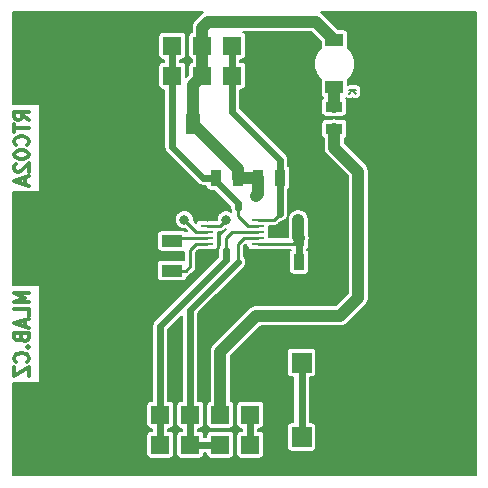
<source format=gbr>
G04 #@! TF.FileFunction,Copper,L2,Bot,Signal*
%FSLAX46Y46*%
G04 Gerber Fmt 4.6, Leading zero omitted, Abs format (unit mm)*
G04 Created by KiCad (PCBNEW (2016-09-17 revision 679eef1)-makepkg) date 09/22/16 14:05:48*
%MOMM*%
%LPD*%
G01*
G04 APERTURE LIST*
%ADD10C,0.500000*%
%ADD11C,0.300000*%
%ADD12C,0.150000*%
%ADD13R,0.889000X1.397000*%
%ADD14R,1.300480X1.699260*%
%ADD15R,1.500000X1.050000*%
%ADD16R,1.524000X1.524000*%
%ADD17C,6.000000*%
%ADD18R,1.397000X0.889000*%
%ADD19R,1.676400X1.676400*%
%ADD20R,1.800000X1.000000*%
%ADD21R,1.100000X0.250000*%
%ADD22C,0.800000*%
%ADD23C,0.250000*%
%ADD24C,0.600000*%
%ADD25C,1.000000*%
%ADD26C,0.200000*%
G04 APERTURE END LIST*
D10*
D11*
X2066857Y30790857D02*
X1495428Y31190857D01*
X2066857Y31476571D02*
X866857Y31476571D01*
X866857Y31019428D01*
X924000Y30905142D01*
X981142Y30848000D01*
X1095428Y30790857D01*
X1266857Y30790857D01*
X1381142Y30848000D01*
X1438285Y30905142D01*
X1495428Y31019428D01*
X1495428Y31476571D01*
X866857Y30448000D02*
X866857Y29762285D01*
X2066857Y30105142D02*
X866857Y30105142D01*
X1952571Y28676571D02*
X2009714Y28733714D01*
X2066857Y28905142D01*
X2066857Y29019428D01*
X2009714Y29190857D01*
X1895428Y29305142D01*
X1781142Y29362285D01*
X1552571Y29419428D01*
X1381142Y29419428D01*
X1152571Y29362285D01*
X1038285Y29305142D01*
X924000Y29190857D01*
X866857Y29019428D01*
X866857Y28905142D01*
X924000Y28733714D01*
X981142Y28676571D01*
X866857Y27933714D02*
X866857Y27819428D01*
X924000Y27705142D01*
X981142Y27648000D01*
X1095428Y27590857D01*
X1324000Y27533714D01*
X1609714Y27533714D01*
X1838285Y27590857D01*
X1952571Y27648000D01*
X2009714Y27705142D01*
X2066857Y27819428D01*
X2066857Y27933714D01*
X2009714Y28048000D01*
X1952571Y28105142D01*
X1838285Y28162285D01*
X1609714Y28219428D01*
X1324000Y28219428D01*
X1095428Y28162285D01*
X981142Y28105142D01*
X924000Y28048000D01*
X866857Y27933714D01*
X981142Y27076571D02*
X923999Y27019428D01*
X866857Y26905142D01*
X866857Y26619428D01*
X923999Y26505142D01*
X981142Y26448000D01*
X1095428Y26390857D01*
X1209714Y26390857D01*
X1381142Y26448000D01*
X2066857Y27133714D01*
X2066857Y26390857D01*
X1723999Y25933714D02*
X1723999Y25362285D01*
X2066857Y26048000D02*
X866857Y25648000D01*
X2066857Y25248000D01*
X2066857Y16157142D02*
X866857Y16157142D01*
X1724000Y15757142D01*
X866857Y15357142D01*
X2066857Y15357142D01*
X2066857Y14214285D02*
X2066857Y14785714D01*
X866857Y14785714D01*
X1724000Y13871428D02*
X1724000Y13300000D01*
X2066857Y13985714D02*
X866857Y13585714D01*
X2066857Y13185714D01*
X1438285Y12385714D02*
X1495428Y12214285D01*
X1552571Y12157142D01*
X1666857Y12100000D01*
X1838285Y12100000D01*
X1952571Y12157142D01*
X2009714Y12214285D01*
X2066857Y12328571D01*
X2066857Y12785714D01*
X866857Y12785714D01*
X866857Y12385714D01*
X924000Y12271428D01*
X981142Y12214285D01*
X1095428Y12157142D01*
X1209714Y12157142D01*
X1324000Y12214285D01*
X1381142Y12271428D01*
X1438285Y12385714D01*
X1438285Y12785714D01*
X1952571Y11585714D02*
X2009714Y11528571D01*
X2066857Y11585714D01*
X2009714Y11642857D01*
X1952571Y11585714D01*
X2066857Y11585714D01*
X1952571Y10328571D02*
X2009714Y10385714D01*
X2066857Y10557142D01*
X2066857Y10671428D01*
X2009714Y10842857D01*
X1895428Y10957142D01*
X1781142Y11014285D01*
X1552571Y11071428D01*
X1381142Y11071428D01*
X1152571Y11014285D01*
X1038285Y10957142D01*
X923999Y10842857D01*
X866857Y10671428D01*
X866857Y10557142D01*
X923999Y10385714D01*
X981142Y10328571D01*
X866857Y9928571D02*
X866857Y9128571D01*
X2066857Y9928571D01*
X2066857Y9128571D01*
D12*
X29446220Y33345120D02*
X29751020Y33025080D01*
X29461460Y33307020D02*
X29189680Y33032700D01*
X29189680Y33337500D02*
X29758640Y33342580D01*
D13*
X26860500Y20828000D03*
X24955500Y20828000D03*
X26860500Y18796000D03*
X24955500Y18796000D03*
D14*
X15974060Y30480000D03*
X12473940Y30480000D03*
D15*
X27940000Y33560000D03*
X27940000Y37560000D03*
D16*
X11684000Y34544000D03*
X11684000Y37084000D03*
X14224000Y34544000D03*
X14224000Y37084000D03*
X16764000Y34544000D03*
X16764000Y37084000D03*
X19304000Y34544000D03*
X19304000Y37084000D03*
X21844000Y34544000D03*
X21844000Y37084000D03*
X18288000Y5842000D03*
X18288000Y3302000D03*
X15748000Y5842000D03*
X15748000Y3302000D03*
X13208000Y5842000D03*
X13208000Y3302000D03*
X20828000Y5842000D03*
X20828000Y3302000D03*
D17*
X5080000Y5080000D03*
X5080000Y35560000D03*
X35560000Y35560000D03*
X35560000Y5080000D03*
D18*
X27940000Y30035500D03*
X27940000Y31940500D03*
D19*
X29682000Y3962000D03*
X25182000Y3962000D03*
X29682000Y10262000D03*
X25182000Y10262000D03*
D20*
X14224000Y18054000D03*
X14224000Y20554000D03*
D13*
X17907000Y25908000D03*
X19812000Y25908000D03*
X23368000Y25908000D03*
X21463000Y25908000D03*
D16*
X10668000Y5842000D03*
X10668000Y3302000D03*
D21*
X21454000Y20336000D03*
X21454000Y20836000D03*
X21454000Y21336000D03*
X21454000Y21836000D03*
X21454000Y22336000D03*
X17154000Y22336000D03*
X17154000Y21836000D03*
X17154000Y21336000D03*
X17154000Y20836000D03*
X17154000Y20336000D03*
D22*
X15240000Y22352000D03*
X9144000Y3048000D03*
X9144000Y4572000D03*
X9144000Y5588000D03*
X9144000Y34036000D03*
X9144000Y35560000D03*
X9144000Y37084000D03*
X11938000Y20320000D03*
X14224000Y16510000D03*
X12700000Y16510000D03*
X12192000Y17526000D03*
X12192000Y19050000D03*
X11938000Y21590000D03*
X12954000Y22352000D03*
X39116000Y22098000D03*
X39116000Y20828000D03*
X39116000Y19558000D03*
X39116000Y18288000D03*
X38100000Y17272000D03*
X36830000Y17272000D03*
X35560000Y17272000D03*
X34290000Y17272000D03*
X33020000Y17272000D03*
X17272000Y13970000D03*
X17272000Y12192000D03*
X16764000Y24892000D03*
X15240000Y24892000D03*
X15240000Y23876000D03*
X16764000Y23876000D03*
X17780000Y23876000D03*
X23876000Y37592000D03*
X23876000Y36068000D03*
X23876000Y34544000D03*
X24892000Y25908000D03*
X24892000Y24384000D03*
X27940000Y18796000D03*
X27940000Y19812000D03*
X27940000Y20828000D03*
X27940000Y22352000D03*
X25908000Y23368000D03*
X26416000Y22352000D03*
X24892000Y22352000D03*
X21336000Y24384000D03*
X18796000Y22352000D03*
D23*
X17154000Y21336000D02*
X16256000Y21336000D01*
X16256000Y21336000D02*
X15240000Y22352000D01*
D24*
X9144000Y4572000D02*
X9144000Y3048000D01*
X10668000Y5842000D02*
X9398000Y5842000D01*
X9398000Y5842000D02*
X9144000Y5588000D01*
X9144000Y37084000D02*
X9144000Y35560000D01*
D23*
X11938000Y21590000D02*
X11938000Y20320000D01*
X11938000Y20320000D02*
X11938000Y19304000D01*
X12192000Y17526000D02*
X12192000Y17018000D01*
X12192000Y17018000D02*
X12700000Y16510000D01*
X11938000Y19304000D02*
X12192000Y19050000D01*
X15240000Y23876000D02*
X14478000Y23876000D01*
X14478000Y23876000D02*
X12954000Y22352000D01*
X39116000Y19558000D02*
X39116000Y20828000D01*
X38100000Y17272000D02*
X39116000Y18288000D01*
X35560000Y17272000D02*
X36830000Y17272000D01*
X33020000Y17272000D02*
X34290000Y17272000D01*
X17272000Y12192000D02*
X17272000Y13970000D01*
X15240000Y24892000D02*
X16764000Y24892000D01*
X16764000Y23876000D02*
X15240000Y23876000D01*
X17154000Y22336000D02*
X17154000Y23250000D01*
X17154000Y23250000D02*
X17780000Y23876000D01*
X23876000Y36068000D02*
X23876000Y37592000D01*
X21844000Y34544000D02*
X23876000Y34544000D01*
X25908000Y23368000D02*
X24892000Y24384000D01*
X27940000Y20828000D02*
X27940000Y19812000D01*
X24892000Y24384000D02*
X25908000Y24384000D01*
X25908000Y24384000D02*
X27940000Y22352000D01*
X25908000Y23368000D02*
X25400000Y23876000D01*
X26860500Y20828000D02*
X26860500Y21907500D01*
X26860500Y21907500D02*
X26416000Y22352000D01*
D25*
X16764000Y37084000D02*
X16764000Y38608000D01*
X16764000Y38608000D02*
X17272000Y39116000D01*
X17272000Y39116000D02*
X26384000Y39116000D01*
X26384000Y39116000D02*
X27889999Y37610001D01*
X27889999Y37610001D02*
X27940000Y37610001D01*
X24892000Y22352000D02*
X24892000Y20891500D01*
X24892000Y20891500D02*
X24955500Y20828000D01*
X21463000Y25908000D02*
X21463000Y24511000D01*
X21463000Y24511000D02*
X21336000Y24384000D01*
X15974060Y30480000D02*
X15974060Y33754060D01*
X15974060Y33754060D02*
X16764000Y34544000D01*
X19812000Y25908000D02*
X19812000Y26642060D01*
X19812000Y26642060D02*
X15974060Y30480000D01*
X19812000Y25908000D02*
X21463000Y25908000D01*
X16764000Y37084000D02*
X16764000Y34544000D01*
D24*
X24955500Y18796000D02*
X24955500Y20828000D01*
D23*
X21454000Y20336000D02*
X24463500Y20336000D01*
X24463500Y20336000D02*
X24955500Y20828000D01*
D25*
X27940000Y31940500D02*
X27940000Y33509999D01*
D24*
X19304000Y31496000D02*
X23368000Y27432000D01*
X23368000Y27432000D02*
X23368000Y25908000D01*
X19304000Y34544000D02*
X19304000Y31496000D01*
X19304000Y37084000D02*
X19304000Y34544000D01*
X23368000Y22860000D02*
X23368000Y25908000D01*
D23*
X22844000Y22336000D02*
X23368000Y22860000D01*
X21454000Y22336000D02*
X22844000Y22336000D01*
D24*
X17907000Y25908000D02*
X16862500Y25908000D01*
X16862500Y25908000D02*
X14224000Y28546500D01*
X14224000Y28546500D02*
X14224000Y29845000D01*
X14224000Y34544000D02*
X14224000Y29845000D01*
X14224000Y37084000D02*
X14224000Y34544000D01*
X19812000Y23368000D02*
X19812000Y23749000D01*
X19812000Y23749000D02*
X17907000Y25654000D01*
X17907000Y25654000D02*
X17907000Y25908000D01*
D23*
X19812000Y22678000D02*
X19812000Y23368000D01*
X21454000Y21836000D02*
X20654000Y21836000D01*
X20654000Y21836000D02*
X19812000Y22678000D01*
D24*
X15748000Y3302000D02*
X18288000Y3302000D01*
X15748000Y3302000D02*
X15748000Y5842000D01*
X19812000Y18796000D02*
X15748000Y14732000D01*
X15748000Y14732000D02*
X15748000Y5842000D01*
D23*
X19812000Y20320000D02*
X19812000Y18796000D01*
X20328000Y20836000D02*
X19812000Y20320000D01*
X21454000Y20836000D02*
X20328000Y20836000D01*
D25*
X29972000Y26416000D02*
X27940000Y28448000D01*
X27940000Y28448000D02*
X27940000Y30035500D01*
X29972000Y15748000D02*
X29972000Y26416000D01*
X28448000Y14224000D02*
X29972000Y15748000D01*
X21336000Y14224000D02*
X28448000Y14224000D01*
X18288000Y11176000D02*
X21336000Y14224000D01*
X18288000Y5842000D02*
X18288000Y11176000D01*
D24*
X13208000Y3302000D02*
X13208000Y5842000D01*
D23*
X19304000Y21336000D02*
X18796000Y20828000D01*
X18796000Y20828000D02*
X18796000Y19812000D01*
X21454000Y21336000D02*
X19304000Y21336000D01*
D24*
X18796000Y18911384D02*
X18796000Y19812000D01*
X13208000Y5842000D02*
X13208000Y13323384D01*
X13208000Y13323384D02*
X18796000Y18911384D01*
D23*
X17154000Y21836000D02*
X18280000Y21836000D01*
X18280000Y21836000D02*
X18796000Y22352000D01*
D24*
X25182000Y3962000D02*
X25182000Y5400200D01*
X25182000Y5400200D02*
X25182000Y10262000D01*
X20828000Y3302000D02*
X20828000Y5842000D01*
D23*
X14224000Y18054000D02*
X15374000Y18054000D01*
X15374000Y18054000D02*
X15748000Y18428000D01*
X15748000Y18428000D02*
X15748000Y19812000D01*
X16272000Y20336000D02*
X15748000Y19812000D01*
X17154000Y20336000D02*
X16272000Y20336000D01*
X17154000Y20836000D02*
X14506000Y20836000D01*
X14506000Y20836000D02*
X14224000Y20554000D01*
D26*
G36*
X16635604Y39752396D02*
X16127604Y39244396D01*
X15932508Y38952415D01*
X15864000Y38608000D01*
X15864000Y38227869D01*
X15853769Y38225944D01*
X15717628Y38138340D01*
X15626296Y38004671D01*
X15594164Y37846000D01*
X15594164Y36322000D01*
X15622056Y36173769D01*
X15709660Y36037628D01*
X15843329Y35946296D01*
X15864000Y35942110D01*
X15864000Y35687869D01*
X15853769Y35685944D01*
X15717628Y35598340D01*
X15626296Y35464671D01*
X15594164Y35306000D01*
X15594164Y34646956D01*
X15393836Y34446628D01*
X15393836Y35306000D01*
X15365944Y35454231D01*
X15278340Y35590372D01*
X15144671Y35681704D01*
X14986000Y35713836D01*
X14924000Y35713836D01*
X14924000Y35914164D01*
X14986000Y35914164D01*
X15134231Y35942056D01*
X15270372Y36029660D01*
X15361704Y36163329D01*
X15393836Y36322000D01*
X15393836Y37846000D01*
X15365944Y37994231D01*
X15278340Y38130372D01*
X15144671Y38221704D01*
X14986000Y38253836D01*
X13462000Y38253836D01*
X13313769Y38225944D01*
X13177628Y38138340D01*
X13086296Y38004671D01*
X13054164Y37846000D01*
X13054164Y36322000D01*
X13082056Y36173769D01*
X13169660Y36037628D01*
X13303329Y35946296D01*
X13462000Y35914164D01*
X13524000Y35914164D01*
X13524000Y35713836D01*
X13462000Y35713836D01*
X13313769Y35685944D01*
X13177628Y35598340D01*
X13086296Y35464671D01*
X13054164Y35306000D01*
X13054164Y33782000D01*
X13082056Y33633769D01*
X13169660Y33497628D01*
X13303329Y33406296D01*
X13462000Y33374164D01*
X13524000Y33374164D01*
X13524000Y28546500D01*
X13577284Y28278621D01*
X13729025Y28051525D01*
X16367523Y25413028D01*
X16367525Y25413025D01*
X16594622Y25261284D01*
X16862500Y25208000D01*
X17054946Y25208000D01*
X17082556Y25061269D01*
X17170160Y24925128D01*
X17303829Y24833796D01*
X17462500Y24801664D01*
X17769386Y24801664D01*
X19112000Y23459050D01*
X19112000Y23368000D01*
X19165284Y23100122D01*
X19197867Y23051358D01*
X18955828Y23151861D01*
X18637568Y23152139D01*
X18343428Y23030603D01*
X18118188Y22805755D01*
X17996139Y22511828D01*
X17996007Y22361000D01*
X17742695Y22361000D01*
X17704000Y22368836D01*
X16604000Y22368836D01*
X16455769Y22340944D01*
X16319628Y22253340D01*
X16228296Y22119671D01*
X16226022Y22108440D01*
X16039950Y22294512D01*
X16040139Y22510432D01*
X15918603Y22804572D01*
X15693755Y23029812D01*
X15399828Y23151861D01*
X15081568Y23152139D01*
X14787428Y23030603D01*
X14562188Y22805755D01*
X14440139Y22511828D01*
X14439861Y22193568D01*
X14561397Y21899428D01*
X14786245Y21674188D01*
X15080172Y21552139D01*
X15297589Y21551949D01*
X15488538Y21361000D01*
X15383223Y21361000D01*
X15282671Y21429704D01*
X15124000Y21461836D01*
X13324000Y21461836D01*
X13175769Y21433944D01*
X13039628Y21346340D01*
X12948296Y21212671D01*
X12916164Y21054000D01*
X12916164Y20054000D01*
X12944056Y19905769D01*
X13031660Y19769628D01*
X13165329Y19678296D01*
X13324000Y19646164D01*
X15124000Y19646164D01*
X15223000Y19664792D01*
X15223000Y18941788D01*
X15124000Y18961836D01*
X13324000Y18961836D01*
X13175769Y18933944D01*
X13039628Y18846340D01*
X12948296Y18712671D01*
X12916164Y18554000D01*
X12916164Y17554000D01*
X12944056Y17405769D01*
X13031660Y17269628D01*
X13165329Y17178296D01*
X13324000Y17146164D01*
X15124000Y17146164D01*
X15272231Y17174056D01*
X15408372Y17261660D01*
X15499704Y17395329D01*
X15531836Y17554000D01*
X15531836Y17560395D01*
X15574909Y17568963D01*
X15745231Y17682769D01*
X16119231Y18056769D01*
X16233037Y18227091D01*
X16273000Y18428000D01*
X16273000Y19594538D01*
X16489462Y19811000D01*
X16565305Y19811000D01*
X16604000Y19803164D01*
X17704000Y19803164D01*
X17852231Y19831056D01*
X17988372Y19918660D01*
X18079704Y20052329D01*
X18111836Y20211000D01*
X18111836Y20461000D01*
X18087452Y20590589D01*
X18111836Y20711000D01*
X18111836Y20961000D01*
X18087452Y21090589D01*
X18111836Y21211000D01*
X18111836Y21311000D01*
X18280000Y21311000D01*
X18480909Y21350963D01*
X18651231Y21464769D01*
X18738512Y21552050D01*
X18777554Y21552016D01*
X18424769Y21199231D01*
X18310963Y21028909D01*
X18271000Y20828000D01*
X18271000Y20262039D01*
X18149284Y20079878D01*
X18096000Y19812000D01*
X18096000Y19201333D01*
X12713025Y13818359D01*
X12561284Y13591263D01*
X12561284Y13591262D01*
X12508000Y13323384D01*
X12508000Y7011836D01*
X12446000Y7011836D01*
X12297769Y6983944D01*
X12161628Y6896340D01*
X12070296Y6762671D01*
X12038164Y6604000D01*
X12038164Y5080000D01*
X12066056Y4931769D01*
X12153660Y4795628D01*
X12287329Y4704296D01*
X12446000Y4672164D01*
X12508000Y4672164D01*
X12508000Y4471836D01*
X12446000Y4471836D01*
X12297769Y4443944D01*
X12161628Y4356340D01*
X12070296Y4222671D01*
X12038164Y4064000D01*
X12038164Y2540000D01*
X12066056Y2391769D01*
X12153660Y2255628D01*
X12287329Y2164296D01*
X12446000Y2132164D01*
X13970000Y2132164D01*
X14118231Y2160056D01*
X14254372Y2247660D01*
X14345704Y2381329D01*
X14377836Y2540000D01*
X14377836Y4064000D01*
X14349944Y4212231D01*
X14262340Y4348372D01*
X14128671Y4439704D01*
X13970000Y4471836D01*
X13908000Y4471836D01*
X13908000Y4672164D01*
X13970000Y4672164D01*
X14118231Y4700056D01*
X14254372Y4787660D01*
X14345704Y4921329D01*
X14377836Y5080000D01*
X14377836Y6604000D01*
X14349944Y6752231D01*
X14262340Y6888372D01*
X14128671Y6979704D01*
X13970000Y7011836D01*
X13908000Y7011836D01*
X13908000Y13033434D01*
X15048000Y14173434D01*
X15048000Y7011836D01*
X14986000Y7011836D01*
X14837769Y6983944D01*
X14701628Y6896340D01*
X14610296Y6762671D01*
X14578164Y6604000D01*
X14578164Y5080000D01*
X14606056Y4931769D01*
X14693660Y4795628D01*
X14827329Y4704296D01*
X14986000Y4672164D01*
X15048000Y4672164D01*
X15048000Y4471836D01*
X14986000Y4471836D01*
X14837769Y4443944D01*
X14701628Y4356340D01*
X14610296Y4222671D01*
X14578164Y4064000D01*
X14578164Y2540000D01*
X14606056Y2391769D01*
X14693660Y2255628D01*
X14827329Y2164296D01*
X14986000Y2132164D01*
X16510000Y2132164D01*
X16658231Y2160056D01*
X16794372Y2247660D01*
X16885704Y2381329D01*
X16917836Y2540000D01*
X16917836Y2602000D01*
X17118164Y2602000D01*
X17118164Y2540000D01*
X17146056Y2391769D01*
X17233660Y2255628D01*
X17367329Y2164296D01*
X17526000Y2132164D01*
X19050000Y2132164D01*
X19198231Y2160056D01*
X19334372Y2247660D01*
X19425704Y2381329D01*
X19457836Y2540000D01*
X19457836Y4064000D01*
X19429944Y4212231D01*
X19342340Y4348372D01*
X19208671Y4439704D01*
X19050000Y4471836D01*
X17526000Y4471836D01*
X17377769Y4443944D01*
X17241628Y4356340D01*
X17150296Y4222671D01*
X17118164Y4064000D01*
X17118164Y4002000D01*
X16917836Y4002000D01*
X16917836Y4064000D01*
X16889944Y4212231D01*
X16802340Y4348372D01*
X16668671Y4439704D01*
X16510000Y4471836D01*
X16448000Y4471836D01*
X16448000Y4672164D01*
X16510000Y4672164D01*
X16658231Y4700056D01*
X16794372Y4787660D01*
X16885704Y4921329D01*
X16917836Y5080000D01*
X16917836Y6604000D01*
X17118164Y6604000D01*
X17118164Y5080000D01*
X17146056Y4931769D01*
X17233660Y4795628D01*
X17367329Y4704296D01*
X17526000Y4672164D01*
X19050000Y4672164D01*
X19198231Y4700056D01*
X19334372Y4787660D01*
X19425704Y4921329D01*
X19457836Y5080000D01*
X19457836Y6604000D01*
X19658164Y6604000D01*
X19658164Y5080000D01*
X19686056Y4931769D01*
X19773660Y4795628D01*
X19907329Y4704296D01*
X20066000Y4672164D01*
X20128000Y4672164D01*
X20128000Y4471836D01*
X20066000Y4471836D01*
X19917769Y4443944D01*
X19781628Y4356340D01*
X19690296Y4222671D01*
X19658164Y4064000D01*
X19658164Y2540000D01*
X19686056Y2391769D01*
X19773660Y2255628D01*
X19907329Y2164296D01*
X20066000Y2132164D01*
X21590000Y2132164D01*
X21738231Y2160056D01*
X21874372Y2247660D01*
X21965704Y2381329D01*
X21997836Y2540000D01*
X21997836Y4064000D01*
X21969944Y4212231D01*
X21882340Y4348372D01*
X21748671Y4439704D01*
X21590000Y4471836D01*
X21528000Y4471836D01*
X21528000Y4672164D01*
X21590000Y4672164D01*
X21738231Y4700056D01*
X21874372Y4787660D01*
X21965704Y4921329D01*
X21997836Y5080000D01*
X21997836Y6604000D01*
X21969944Y6752231D01*
X21882340Y6888372D01*
X21748671Y6979704D01*
X21590000Y7011836D01*
X20066000Y7011836D01*
X19917769Y6983944D01*
X19781628Y6896340D01*
X19690296Y6762671D01*
X19658164Y6604000D01*
X19457836Y6604000D01*
X19429944Y6752231D01*
X19342340Y6888372D01*
X19208671Y6979704D01*
X19188000Y6983890D01*
X19188000Y10803208D01*
X19484992Y11100200D01*
X23935964Y11100200D01*
X23935964Y9423800D01*
X23963856Y9275569D01*
X24051460Y9139428D01*
X24185129Y9048096D01*
X24343800Y9015964D01*
X24482000Y9015964D01*
X24482000Y5208036D01*
X24343800Y5208036D01*
X24195569Y5180144D01*
X24059428Y5092540D01*
X23968096Y4958871D01*
X23935964Y4800200D01*
X23935964Y3123800D01*
X23963856Y2975569D01*
X24051460Y2839428D01*
X24185129Y2748096D01*
X24343800Y2715964D01*
X26020200Y2715964D01*
X26168431Y2743856D01*
X26304572Y2831460D01*
X26395904Y2965129D01*
X26428036Y3123800D01*
X26428036Y4800200D01*
X26400144Y4948431D01*
X26312540Y5084572D01*
X26178871Y5175904D01*
X26020200Y5208036D01*
X25882000Y5208036D01*
X25882000Y9015964D01*
X26020200Y9015964D01*
X26168431Y9043856D01*
X26304572Y9131460D01*
X26395904Y9265129D01*
X26428036Y9423800D01*
X26428036Y11100200D01*
X26400144Y11248431D01*
X26312540Y11384572D01*
X26178871Y11475904D01*
X26020200Y11508036D01*
X24343800Y11508036D01*
X24195569Y11480144D01*
X24059428Y11392540D01*
X23968096Y11258871D01*
X23935964Y11100200D01*
X19484992Y11100200D01*
X21708792Y13324000D01*
X28448000Y13324000D01*
X28792415Y13392508D01*
X29084396Y13587604D01*
X30608396Y15111604D01*
X30803491Y15403584D01*
X30803492Y15403585D01*
X30872000Y15748000D01*
X30872000Y26416000D01*
X30803492Y26760415D01*
X30608396Y27052396D01*
X28840000Y28820792D01*
X28840000Y29245334D01*
X28922872Y29298660D01*
X29014204Y29432329D01*
X29046336Y29591000D01*
X29046336Y30480000D01*
X29018444Y30628231D01*
X28930840Y30764372D01*
X28797171Y30855704D01*
X28638500Y30887836D01*
X28179625Y30887836D01*
X27940000Y30935500D01*
X27700375Y30887836D01*
X27241500Y30887836D01*
X27093269Y30859944D01*
X26957128Y30772340D01*
X26865796Y30638671D01*
X26833664Y30480000D01*
X26833664Y29591000D01*
X26861556Y29442769D01*
X26949160Y29306628D01*
X27040000Y29244560D01*
X27040000Y28448000D01*
X27108508Y28103585D01*
X27303604Y27811604D01*
X29072000Y26043208D01*
X29072000Y16120792D01*
X28075208Y15124000D01*
X21336000Y15124000D01*
X20991585Y15055492D01*
X20699604Y14860396D01*
X17651604Y11812396D01*
X17456508Y11520415D01*
X17388000Y11176000D01*
X17388000Y6985869D01*
X17377769Y6983944D01*
X17241628Y6896340D01*
X17150296Y6762671D01*
X17118164Y6604000D01*
X16917836Y6604000D01*
X16889944Y6752231D01*
X16802340Y6888372D01*
X16668671Y6979704D01*
X16510000Y7011836D01*
X16448000Y7011836D01*
X16448000Y14442050D01*
X20306975Y18301025D01*
X20458716Y18528121D01*
X20512000Y18796000D01*
X20458716Y19063879D01*
X20337000Y19246040D01*
X20337000Y20102538D01*
X20496164Y20261702D01*
X20496164Y20211000D01*
X20524056Y20062769D01*
X20611660Y19926628D01*
X20745329Y19835296D01*
X20904000Y19803164D01*
X22004000Y19803164D01*
X22045644Y19811000D01*
X24255500Y19811000D01*
X24255500Y19805419D01*
X24226628Y19786840D01*
X24135296Y19653171D01*
X24103164Y19494500D01*
X24103164Y18097500D01*
X24131056Y17949269D01*
X24218660Y17813128D01*
X24352329Y17721796D01*
X24511000Y17689664D01*
X25400000Y17689664D01*
X25548231Y17717556D01*
X25684372Y17805160D01*
X25775704Y17938829D01*
X25807836Y18097500D01*
X25807836Y19494500D01*
X25779944Y19642731D01*
X25692340Y19778872D01*
X25655500Y19804044D01*
X25655500Y19818581D01*
X25684372Y19837160D01*
X25775704Y19970829D01*
X25807836Y20129500D01*
X25807836Y20588375D01*
X25855500Y20828000D01*
X25807836Y21067625D01*
X25807836Y21526500D01*
X25792000Y21610660D01*
X25792000Y22352000D01*
X25723492Y22696415D01*
X25528396Y22988396D01*
X25236415Y23183492D01*
X24892000Y23252000D01*
X24547585Y23183492D01*
X24255604Y22988396D01*
X24060508Y22696415D01*
X23992000Y22352000D01*
X23992000Y20891500D01*
X23998067Y20861000D01*
X22411836Y20861000D01*
X22411836Y20961000D01*
X22387452Y21090589D01*
X22411836Y21211000D01*
X22411836Y21461000D01*
X22387452Y21590589D01*
X22411836Y21711000D01*
X22411836Y21811000D01*
X22844000Y21811000D01*
X23044909Y21850963D01*
X23215231Y21964769D01*
X23421005Y22170543D01*
X23635878Y22213284D01*
X23862975Y22365025D01*
X24014716Y22592122D01*
X24068000Y22860000D01*
X24068000Y24898581D01*
X24096872Y24917160D01*
X24188204Y25050829D01*
X24220336Y25209500D01*
X24220336Y26606500D01*
X24192444Y26754731D01*
X24104840Y26890872D01*
X24068000Y26916044D01*
X24068000Y27432000D01*
X24014716Y27699878D01*
X24014716Y27699879D01*
X23862975Y27926975D01*
X20004000Y31785950D01*
X20004000Y33374164D01*
X20066000Y33374164D01*
X20214231Y33402056D01*
X20350372Y33489660D01*
X20441704Y33623329D01*
X20473836Y33782000D01*
X20473836Y35306000D01*
X20445944Y35454231D01*
X20358340Y35590372D01*
X20224671Y35681704D01*
X20066000Y35713836D01*
X20004000Y35713836D01*
X20004000Y35914164D01*
X20066000Y35914164D01*
X20214231Y35942056D01*
X20350372Y36029660D01*
X20441704Y36163329D01*
X20473836Y36322000D01*
X20473836Y37846000D01*
X20445944Y37994231D01*
X20358340Y38130372D01*
X20233019Y38216000D01*
X26011208Y38216000D01*
X26782164Y37445044D01*
X26782164Y37035000D01*
X26807209Y36901902D01*
X26457287Y36552590D01*
X26190304Y35909624D01*
X26189696Y35213431D01*
X26455557Y34569999D01*
X26808734Y34216205D01*
X26782164Y34085000D01*
X26782164Y33035000D01*
X26810056Y32886769D01*
X26897660Y32750628D01*
X26981741Y32693178D01*
X26957128Y32677340D01*
X26865796Y32543671D01*
X26833664Y32385000D01*
X26833664Y31496000D01*
X26861556Y31347769D01*
X26949160Y31211628D01*
X27082829Y31120296D01*
X27241500Y31088164D01*
X27700375Y31088164D01*
X27940000Y31040500D01*
X28179625Y31088164D01*
X28638500Y31088164D01*
X28786731Y31116056D01*
X28922872Y31203660D01*
X29014204Y31337329D01*
X29046336Y31496000D01*
X29046336Y32385000D01*
X29018444Y32533231D01*
X28957759Y32627538D01*
X29009949Y32593016D01*
X29191889Y32557705D01*
X29373494Y32594707D01*
X29465167Y32656580D01*
X29558599Y32590799D01*
X29739438Y32550221D01*
X29922040Y32581935D01*
X30078606Y32681114D01*
X30185301Y32832659D01*
X30225879Y33013498D01*
X30199363Y33166173D01*
X30233621Y33346821D01*
X30195843Y33528266D01*
X30091504Y33681441D01*
X29936490Y33783028D01*
X29754399Y33817561D01*
X29479516Y33815107D01*
X29457802Y33819979D01*
X29427051Y33814638D01*
X29185439Y33812481D01*
X29097836Y33794241D01*
X29097836Y34085000D01*
X29072791Y34218098D01*
X29422713Y34567410D01*
X29689696Y35210376D01*
X29690304Y35906569D01*
X29424443Y36550001D01*
X29071266Y36903795D01*
X29097836Y37035000D01*
X29097836Y38085000D01*
X29069944Y38233231D01*
X28982340Y38369372D01*
X28848671Y38460704D01*
X28690000Y38492836D01*
X28279956Y38492836D01*
X27020396Y39752396D01*
X26783029Y39911000D01*
X39911000Y39911000D01*
X39911000Y729000D01*
X729000Y729000D01*
X729000Y8557143D01*
X3034000Y8557143D01*
X3034000Y16842858D01*
X729000Y16842858D01*
X729000Y24733715D01*
X3034000Y24733715D01*
X3034000Y32162286D01*
X729000Y32162286D01*
X729000Y39911000D01*
X16872971Y39911000D01*
X16635604Y39752396D01*
X16635604Y39752396D01*
G37*
X16635604Y39752396D02*
X16127604Y39244396D01*
X15932508Y38952415D01*
X15864000Y38608000D01*
X15864000Y38227869D01*
X15853769Y38225944D01*
X15717628Y38138340D01*
X15626296Y38004671D01*
X15594164Y37846000D01*
X15594164Y36322000D01*
X15622056Y36173769D01*
X15709660Y36037628D01*
X15843329Y35946296D01*
X15864000Y35942110D01*
X15864000Y35687869D01*
X15853769Y35685944D01*
X15717628Y35598340D01*
X15626296Y35464671D01*
X15594164Y35306000D01*
X15594164Y34646956D01*
X15393836Y34446628D01*
X15393836Y35306000D01*
X15365944Y35454231D01*
X15278340Y35590372D01*
X15144671Y35681704D01*
X14986000Y35713836D01*
X14924000Y35713836D01*
X14924000Y35914164D01*
X14986000Y35914164D01*
X15134231Y35942056D01*
X15270372Y36029660D01*
X15361704Y36163329D01*
X15393836Y36322000D01*
X15393836Y37846000D01*
X15365944Y37994231D01*
X15278340Y38130372D01*
X15144671Y38221704D01*
X14986000Y38253836D01*
X13462000Y38253836D01*
X13313769Y38225944D01*
X13177628Y38138340D01*
X13086296Y38004671D01*
X13054164Y37846000D01*
X13054164Y36322000D01*
X13082056Y36173769D01*
X13169660Y36037628D01*
X13303329Y35946296D01*
X13462000Y35914164D01*
X13524000Y35914164D01*
X13524000Y35713836D01*
X13462000Y35713836D01*
X13313769Y35685944D01*
X13177628Y35598340D01*
X13086296Y35464671D01*
X13054164Y35306000D01*
X13054164Y33782000D01*
X13082056Y33633769D01*
X13169660Y33497628D01*
X13303329Y33406296D01*
X13462000Y33374164D01*
X13524000Y33374164D01*
X13524000Y28546500D01*
X13577284Y28278621D01*
X13729025Y28051525D01*
X16367523Y25413028D01*
X16367525Y25413025D01*
X16594622Y25261284D01*
X16862500Y25208000D01*
X17054946Y25208000D01*
X17082556Y25061269D01*
X17170160Y24925128D01*
X17303829Y24833796D01*
X17462500Y24801664D01*
X17769386Y24801664D01*
X19112000Y23459050D01*
X19112000Y23368000D01*
X19165284Y23100122D01*
X19197867Y23051358D01*
X18955828Y23151861D01*
X18637568Y23152139D01*
X18343428Y23030603D01*
X18118188Y22805755D01*
X17996139Y22511828D01*
X17996007Y22361000D01*
X17742695Y22361000D01*
X17704000Y22368836D01*
X16604000Y22368836D01*
X16455769Y22340944D01*
X16319628Y22253340D01*
X16228296Y22119671D01*
X16226022Y22108440D01*
X16039950Y22294512D01*
X16040139Y22510432D01*
X15918603Y22804572D01*
X15693755Y23029812D01*
X15399828Y23151861D01*
X15081568Y23152139D01*
X14787428Y23030603D01*
X14562188Y22805755D01*
X14440139Y22511828D01*
X14439861Y22193568D01*
X14561397Y21899428D01*
X14786245Y21674188D01*
X15080172Y21552139D01*
X15297589Y21551949D01*
X15488538Y21361000D01*
X15383223Y21361000D01*
X15282671Y21429704D01*
X15124000Y21461836D01*
X13324000Y21461836D01*
X13175769Y21433944D01*
X13039628Y21346340D01*
X12948296Y21212671D01*
X12916164Y21054000D01*
X12916164Y20054000D01*
X12944056Y19905769D01*
X13031660Y19769628D01*
X13165329Y19678296D01*
X13324000Y19646164D01*
X15124000Y19646164D01*
X15223000Y19664792D01*
X15223000Y18941788D01*
X15124000Y18961836D01*
X13324000Y18961836D01*
X13175769Y18933944D01*
X13039628Y18846340D01*
X12948296Y18712671D01*
X12916164Y18554000D01*
X12916164Y17554000D01*
X12944056Y17405769D01*
X13031660Y17269628D01*
X13165329Y17178296D01*
X13324000Y17146164D01*
X15124000Y17146164D01*
X15272231Y17174056D01*
X15408372Y17261660D01*
X15499704Y17395329D01*
X15531836Y17554000D01*
X15531836Y17560395D01*
X15574909Y17568963D01*
X15745231Y17682769D01*
X16119231Y18056769D01*
X16233037Y18227091D01*
X16273000Y18428000D01*
X16273000Y19594538D01*
X16489462Y19811000D01*
X16565305Y19811000D01*
X16604000Y19803164D01*
X17704000Y19803164D01*
X17852231Y19831056D01*
X17988372Y19918660D01*
X18079704Y20052329D01*
X18111836Y20211000D01*
X18111836Y20461000D01*
X18087452Y20590589D01*
X18111836Y20711000D01*
X18111836Y20961000D01*
X18087452Y21090589D01*
X18111836Y21211000D01*
X18111836Y21311000D01*
X18280000Y21311000D01*
X18480909Y21350963D01*
X18651231Y21464769D01*
X18738512Y21552050D01*
X18777554Y21552016D01*
X18424769Y21199231D01*
X18310963Y21028909D01*
X18271000Y20828000D01*
X18271000Y20262039D01*
X18149284Y20079878D01*
X18096000Y19812000D01*
X18096000Y19201333D01*
X12713025Y13818359D01*
X12561284Y13591263D01*
X12561284Y13591262D01*
X12508000Y13323384D01*
X12508000Y7011836D01*
X12446000Y7011836D01*
X12297769Y6983944D01*
X12161628Y6896340D01*
X12070296Y6762671D01*
X12038164Y6604000D01*
X12038164Y5080000D01*
X12066056Y4931769D01*
X12153660Y4795628D01*
X12287329Y4704296D01*
X12446000Y4672164D01*
X12508000Y4672164D01*
X12508000Y4471836D01*
X12446000Y4471836D01*
X12297769Y4443944D01*
X12161628Y4356340D01*
X12070296Y4222671D01*
X12038164Y4064000D01*
X12038164Y2540000D01*
X12066056Y2391769D01*
X12153660Y2255628D01*
X12287329Y2164296D01*
X12446000Y2132164D01*
X13970000Y2132164D01*
X14118231Y2160056D01*
X14254372Y2247660D01*
X14345704Y2381329D01*
X14377836Y2540000D01*
X14377836Y4064000D01*
X14349944Y4212231D01*
X14262340Y4348372D01*
X14128671Y4439704D01*
X13970000Y4471836D01*
X13908000Y4471836D01*
X13908000Y4672164D01*
X13970000Y4672164D01*
X14118231Y4700056D01*
X14254372Y4787660D01*
X14345704Y4921329D01*
X14377836Y5080000D01*
X14377836Y6604000D01*
X14349944Y6752231D01*
X14262340Y6888372D01*
X14128671Y6979704D01*
X13970000Y7011836D01*
X13908000Y7011836D01*
X13908000Y13033434D01*
X15048000Y14173434D01*
X15048000Y7011836D01*
X14986000Y7011836D01*
X14837769Y6983944D01*
X14701628Y6896340D01*
X14610296Y6762671D01*
X14578164Y6604000D01*
X14578164Y5080000D01*
X14606056Y4931769D01*
X14693660Y4795628D01*
X14827329Y4704296D01*
X14986000Y4672164D01*
X15048000Y4672164D01*
X15048000Y4471836D01*
X14986000Y4471836D01*
X14837769Y4443944D01*
X14701628Y4356340D01*
X14610296Y4222671D01*
X14578164Y4064000D01*
X14578164Y2540000D01*
X14606056Y2391769D01*
X14693660Y2255628D01*
X14827329Y2164296D01*
X14986000Y2132164D01*
X16510000Y2132164D01*
X16658231Y2160056D01*
X16794372Y2247660D01*
X16885704Y2381329D01*
X16917836Y2540000D01*
X16917836Y2602000D01*
X17118164Y2602000D01*
X17118164Y2540000D01*
X17146056Y2391769D01*
X17233660Y2255628D01*
X17367329Y2164296D01*
X17526000Y2132164D01*
X19050000Y2132164D01*
X19198231Y2160056D01*
X19334372Y2247660D01*
X19425704Y2381329D01*
X19457836Y2540000D01*
X19457836Y4064000D01*
X19429944Y4212231D01*
X19342340Y4348372D01*
X19208671Y4439704D01*
X19050000Y4471836D01*
X17526000Y4471836D01*
X17377769Y4443944D01*
X17241628Y4356340D01*
X17150296Y4222671D01*
X17118164Y4064000D01*
X17118164Y4002000D01*
X16917836Y4002000D01*
X16917836Y4064000D01*
X16889944Y4212231D01*
X16802340Y4348372D01*
X16668671Y4439704D01*
X16510000Y4471836D01*
X16448000Y4471836D01*
X16448000Y4672164D01*
X16510000Y4672164D01*
X16658231Y4700056D01*
X16794372Y4787660D01*
X16885704Y4921329D01*
X16917836Y5080000D01*
X16917836Y6604000D01*
X17118164Y6604000D01*
X17118164Y5080000D01*
X17146056Y4931769D01*
X17233660Y4795628D01*
X17367329Y4704296D01*
X17526000Y4672164D01*
X19050000Y4672164D01*
X19198231Y4700056D01*
X19334372Y4787660D01*
X19425704Y4921329D01*
X19457836Y5080000D01*
X19457836Y6604000D01*
X19658164Y6604000D01*
X19658164Y5080000D01*
X19686056Y4931769D01*
X19773660Y4795628D01*
X19907329Y4704296D01*
X20066000Y4672164D01*
X20128000Y4672164D01*
X20128000Y4471836D01*
X20066000Y4471836D01*
X19917769Y4443944D01*
X19781628Y4356340D01*
X19690296Y4222671D01*
X19658164Y4064000D01*
X19658164Y2540000D01*
X19686056Y2391769D01*
X19773660Y2255628D01*
X19907329Y2164296D01*
X20066000Y2132164D01*
X21590000Y2132164D01*
X21738231Y2160056D01*
X21874372Y2247660D01*
X21965704Y2381329D01*
X21997836Y2540000D01*
X21997836Y4064000D01*
X21969944Y4212231D01*
X21882340Y4348372D01*
X21748671Y4439704D01*
X21590000Y4471836D01*
X21528000Y4471836D01*
X21528000Y4672164D01*
X21590000Y4672164D01*
X21738231Y4700056D01*
X21874372Y4787660D01*
X21965704Y4921329D01*
X21997836Y5080000D01*
X21997836Y6604000D01*
X21969944Y6752231D01*
X21882340Y6888372D01*
X21748671Y6979704D01*
X21590000Y7011836D01*
X20066000Y7011836D01*
X19917769Y6983944D01*
X19781628Y6896340D01*
X19690296Y6762671D01*
X19658164Y6604000D01*
X19457836Y6604000D01*
X19429944Y6752231D01*
X19342340Y6888372D01*
X19208671Y6979704D01*
X19188000Y6983890D01*
X19188000Y10803208D01*
X19484992Y11100200D01*
X23935964Y11100200D01*
X23935964Y9423800D01*
X23963856Y9275569D01*
X24051460Y9139428D01*
X24185129Y9048096D01*
X24343800Y9015964D01*
X24482000Y9015964D01*
X24482000Y5208036D01*
X24343800Y5208036D01*
X24195569Y5180144D01*
X24059428Y5092540D01*
X23968096Y4958871D01*
X23935964Y4800200D01*
X23935964Y3123800D01*
X23963856Y2975569D01*
X24051460Y2839428D01*
X24185129Y2748096D01*
X24343800Y2715964D01*
X26020200Y2715964D01*
X26168431Y2743856D01*
X26304572Y2831460D01*
X26395904Y2965129D01*
X26428036Y3123800D01*
X26428036Y4800200D01*
X26400144Y4948431D01*
X26312540Y5084572D01*
X26178871Y5175904D01*
X26020200Y5208036D01*
X25882000Y5208036D01*
X25882000Y9015964D01*
X26020200Y9015964D01*
X26168431Y9043856D01*
X26304572Y9131460D01*
X26395904Y9265129D01*
X26428036Y9423800D01*
X26428036Y11100200D01*
X26400144Y11248431D01*
X26312540Y11384572D01*
X26178871Y11475904D01*
X26020200Y11508036D01*
X24343800Y11508036D01*
X24195569Y11480144D01*
X24059428Y11392540D01*
X23968096Y11258871D01*
X23935964Y11100200D01*
X19484992Y11100200D01*
X21708792Y13324000D01*
X28448000Y13324000D01*
X28792415Y13392508D01*
X29084396Y13587604D01*
X30608396Y15111604D01*
X30803491Y15403584D01*
X30803492Y15403585D01*
X30872000Y15748000D01*
X30872000Y26416000D01*
X30803492Y26760415D01*
X30608396Y27052396D01*
X28840000Y28820792D01*
X28840000Y29245334D01*
X28922872Y29298660D01*
X29014204Y29432329D01*
X29046336Y29591000D01*
X29046336Y30480000D01*
X29018444Y30628231D01*
X28930840Y30764372D01*
X28797171Y30855704D01*
X28638500Y30887836D01*
X28179625Y30887836D01*
X27940000Y30935500D01*
X27700375Y30887836D01*
X27241500Y30887836D01*
X27093269Y30859944D01*
X26957128Y30772340D01*
X26865796Y30638671D01*
X26833664Y30480000D01*
X26833664Y29591000D01*
X26861556Y29442769D01*
X26949160Y29306628D01*
X27040000Y29244560D01*
X27040000Y28448000D01*
X27108508Y28103585D01*
X27303604Y27811604D01*
X29072000Y26043208D01*
X29072000Y16120792D01*
X28075208Y15124000D01*
X21336000Y15124000D01*
X20991585Y15055492D01*
X20699604Y14860396D01*
X17651604Y11812396D01*
X17456508Y11520415D01*
X17388000Y11176000D01*
X17388000Y6985869D01*
X17377769Y6983944D01*
X17241628Y6896340D01*
X17150296Y6762671D01*
X17118164Y6604000D01*
X16917836Y6604000D01*
X16889944Y6752231D01*
X16802340Y6888372D01*
X16668671Y6979704D01*
X16510000Y7011836D01*
X16448000Y7011836D01*
X16448000Y14442050D01*
X20306975Y18301025D01*
X20458716Y18528121D01*
X20512000Y18796000D01*
X20458716Y19063879D01*
X20337000Y19246040D01*
X20337000Y20102538D01*
X20496164Y20261702D01*
X20496164Y20211000D01*
X20524056Y20062769D01*
X20611660Y19926628D01*
X20745329Y19835296D01*
X20904000Y19803164D01*
X22004000Y19803164D01*
X22045644Y19811000D01*
X24255500Y19811000D01*
X24255500Y19805419D01*
X24226628Y19786840D01*
X24135296Y19653171D01*
X24103164Y19494500D01*
X24103164Y18097500D01*
X24131056Y17949269D01*
X24218660Y17813128D01*
X24352329Y17721796D01*
X24511000Y17689664D01*
X25400000Y17689664D01*
X25548231Y17717556D01*
X25684372Y17805160D01*
X25775704Y17938829D01*
X25807836Y18097500D01*
X25807836Y19494500D01*
X25779944Y19642731D01*
X25692340Y19778872D01*
X25655500Y19804044D01*
X25655500Y19818581D01*
X25684372Y19837160D01*
X25775704Y19970829D01*
X25807836Y20129500D01*
X25807836Y20588375D01*
X25855500Y20828000D01*
X25807836Y21067625D01*
X25807836Y21526500D01*
X25792000Y21610660D01*
X25792000Y22352000D01*
X25723492Y22696415D01*
X25528396Y22988396D01*
X25236415Y23183492D01*
X24892000Y23252000D01*
X24547585Y23183492D01*
X24255604Y22988396D01*
X24060508Y22696415D01*
X23992000Y22352000D01*
X23992000Y20891500D01*
X23998067Y20861000D01*
X22411836Y20861000D01*
X22411836Y20961000D01*
X22387452Y21090589D01*
X22411836Y21211000D01*
X22411836Y21461000D01*
X22387452Y21590589D01*
X22411836Y21711000D01*
X22411836Y21811000D01*
X22844000Y21811000D01*
X23044909Y21850963D01*
X23215231Y21964769D01*
X23421005Y22170543D01*
X23635878Y22213284D01*
X23862975Y22365025D01*
X24014716Y22592122D01*
X24068000Y22860000D01*
X24068000Y24898581D01*
X24096872Y24917160D01*
X24188204Y25050829D01*
X24220336Y25209500D01*
X24220336Y26606500D01*
X24192444Y26754731D01*
X24104840Y26890872D01*
X24068000Y26916044D01*
X24068000Y27432000D01*
X24014716Y27699878D01*
X24014716Y27699879D01*
X23862975Y27926975D01*
X20004000Y31785950D01*
X20004000Y33374164D01*
X20066000Y33374164D01*
X20214231Y33402056D01*
X20350372Y33489660D01*
X20441704Y33623329D01*
X20473836Y33782000D01*
X20473836Y35306000D01*
X20445944Y35454231D01*
X20358340Y35590372D01*
X20224671Y35681704D01*
X20066000Y35713836D01*
X20004000Y35713836D01*
X20004000Y35914164D01*
X20066000Y35914164D01*
X20214231Y35942056D01*
X20350372Y36029660D01*
X20441704Y36163329D01*
X20473836Y36322000D01*
X20473836Y37846000D01*
X20445944Y37994231D01*
X20358340Y38130372D01*
X20233019Y38216000D01*
X26011208Y38216000D01*
X26782164Y37445044D01*
X26782164Y37035000D01*
X26807209Y36901902D01*
X26457287Y36552590D01*
X26190304Y35909624D01*
X26189696Y35213431D01*
X26455557Y34569999D01*
X26808734Y34216205D01*
X26782164Y34085000D01*
X26782164Y33035000D01*
X26810056Y32886769D01*
X26897660Y32750628D01*
X26981741Y32693178D01*
X26957128Y32677340D01*
X26865796Y32543671D01*
X26833664Y32385000D01*
X26833664Y31496000D01*
X26861556Y31347769D01*
X26949160Y31211628D01*
X27082829Y31120296D01*
X27241500Y31088164D01*
X27700375Y31088164D01*
X27940000Y31040500D01*
X28179625Y31088164D01*
X28638500Y31088164D01*
X28786731Y31116056D01*
X28922872Y31203660D01*
X29014204Y31337329D01*
X29046336Y31496000D01*
X29046336Y32385000D01*
X29018444Y32533231D01*
X28957759Y32627538D01*
X29009949Y32593016D01*
X29191889Y32557705D01*
X29373494Y32594707D01*
X29465167Y32656580D01*
X29558599Y32590799D01*
X29739438Y32550221D01*
X29922040Y32581935D01*
X30078606Y32681114D01*
X30185301Y32832659D01*
X30225879Y33013498D01*
X30199363Y33166173D01*
X30233621Y33346821D01*
X30195843Y33528266D01*
X30091504Y33681441D01*
X29936490Y33783028D01*
X29754399Y33817561D01*
X29479516Y33815107D01*
X29457802Y33819979D01*
X29427051Y33814638D01*
X29185439Y33812481D01*
X29097836Y33794241D01*
X29097836Y34085000D01*
X29072791Y34218098D01*
X29422713Y34567410D01*
X29689696Y35210376D01*
X29690304Y35906569D01*
X29424443Y36550001D01*
X29071266Y36903795D01*
X29097836Y37035000D01*
X29097836Y38085000D01*
X29069944Y38233231D01*
X28982340Y38369372D01*
X28848671Y38460704D01*
X28690000Y38492836D01*
X28279956Y38492836D01*
X27020396Y39752396D01*
X26783029Y39911000D01*
X39911000Y39911000D01*
X39911000Y729000D01*
X729000Y729000D01*
X729000Y8557143D01*
X3034000Y8557143D01*
X3034000Y16842858D01*
X729000Y16842858D01*
X729000Y24733715D01*
X3034000Y24733715D01*
X3034000Y32162286D01*
X729000Y32162286D01*
X729000Y39911000D01*
X16872971Y39911000D01*
X16635604Y39752396D01*
M02*

</source>
